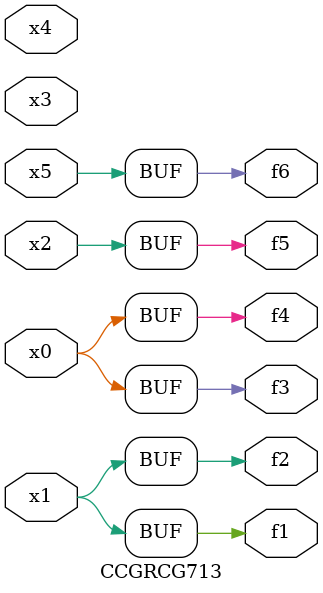
<source format=v>
module CCGRCG713(
	input x0, x1, x2, x3, x4, x5,
	output f1, f2, f3, f4, f5, f6
);
	assign f1 = x1;
	assign f2 = x1;
	assign f3 = x0;
	assign f4 = x0;
	assign f5 = x2;
	assign f6 = x5;
endmodule

</source>
